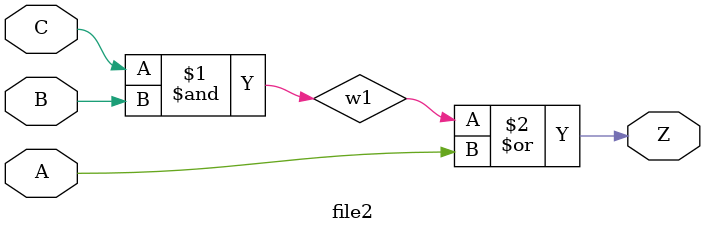
<source format=v>
module file2(A,B,C,Z);
output Z;
input A, B, C;
wire w1;
and(w1,C,B);
or(Z,w1,A);
endmodule
</source>
